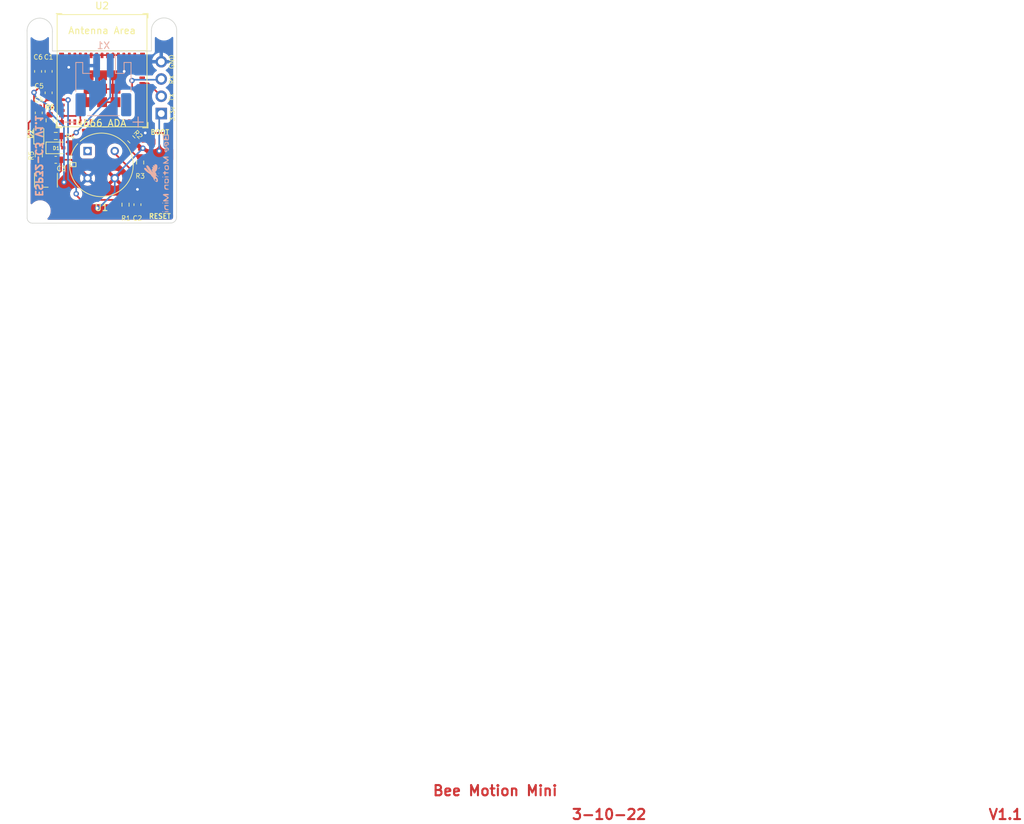
<source format=kicad_pcb>
(kicad_pcb (version 20211014) (generator pcbnew)
  (layers (0 "F.Cu" signal) (31 "B.Cu" signal) (34 "B.Paste" user) (35 "F.Paste" user) (36 "B.SilkS" user "B.Silkscreen") (37 "F.SilkS" user "F.Silkscreen") (38 "B.Mask" user) (39 "F.Mask" user) (44 "Edge.Cuts" user))
  (net 0 "")
  (net 1 "GND")
  (net 2 "VBUS")
  (net 3 "/D-")
  (net 4 "/D+")
  (net 7 "/RESET")
  (net 8 "3.3V")
  (net 9 "/EN")
  (net 12 "/TX")
  (net 13 "/RX")
  (net 14 "/GPIO8")
  (net 16 "/GPIO2")
  (net 17 "/GPIO3")
  (net 21 "/GPIO0")
  (net 22 "/GPIO1")
  (net 24 "/GPIO10")
  (net 26 "/GPIO4")
  (net 27 "/GPIO5")
  (net 28 "/GPIO6")
  (net 29 "/GPIO7")
  (net 30 "/GPIO9")
  (net 39 "/VIN")
  (net 40 "Net-(R3-Pad2)")
  (net 43 "Net-(D2-Pad2)")
  (footprint "User:4666" (layer "F.Cu") (at 136.0915 94.935)
    (fp_text reference "U1" (at 2.54 8.8) (layer "F.SilkS"))
    (fp_text value "4666_ADA" (at 2.54 -3.6) (layer "F.SilkS"))
    (pad "1" thru_hole rect (at 0.5 0.5) (size 1.2192 1.2192) (drill 0.7112) (layers *.Cu *.Mask))
    (pad "2" thru_hole circle (at 0.5 4.5) (size 1.2192 1.2192) (drill 0.7112) (layers *.Cu *.Mask) (net 1 "GND"))
    (pad "3" thru_hole circle (at 4.5 4.5) (size 1.2192 1.2192) (drill 0.7112) (layers *.Cu *.Mask) (net 8 "3.3V"))
    (pad "4" thru_hole circle (at 4.5 0.5) (size 1.2192 1.2192) (drill 0.7112) (layers *.Cu *.Mask) (net 40 "Net-(R3-Pad2)"))
  )
  (footprint "Resistor_SMD:R_0603_1608Metric" (layer "F.Cu") (at 144.325 97.125 -90)
    (fp_text reference "R3" (at 2 0 180) (layer "F.SilkS") (effects (font (size 0.7 0.7) (thickness 0.1))))
    (fp_text value "10k")
    (pad "1" smd roundrect (at -0.825 0 270) (size 0.8 0.95) (layers "F.Cu" "F.Paste" "F.Mask") (net 27 "/GPIO5"))
    (pad "2" smd roundrect (at 0.825 0 270) (size 0.8 0.95) (layers "F.Cu" "F.Paste" "F.Mask") (net 40 "Net-(R3-Pad2)"))
  )
  (footprint "" (layer "F.Cu") (at 129.625 104.225)
    (fp_text reference "" (at 0 0) (layer "F.SilkS") (effects (font (size 1.27 1.27))))
    (fp_text value "" (at 0 0) (layer "F.SilkS") (effects (font (size 1.27 1.27))))
    (pad "" np_thru_hole circle (at 0 0) (size 2.1 2.1) (drill 2.1) (layers *.Cu *.Mask))
  )
  (footprint "Resistor_SMD:R_0603_1608Metric" (layer "F.Cu") (at 131.025 90.925 90)
    (fp_text reference "R6" (at 1.95 0.05 180) (layer "F.SilkS") (effects (font (size 0.7 0.7))))
    (fp_text value "5.1K")
    (pad "1" smd roundrect (at -0.825 0 90) (size 0.8 0.95) (layers "F.Cu" "F.Paste" "F.Mask") (net 43 "Net-(D2-Pad2)"))
    (pad "2" smd roundrect (at 0.825 0 90) (size 0.8 0.95) (layers "F.Cu" "F.Paste" "F.Mask") (net 16 "/GPIO2"))
  )
  (footprint "LED_SMD:LED_0603_1608Metric" (layer "F.Cu") (at 129.425 92.925 90)
    (fp_text reference "D2" (at 0 -1.2 90) (layer "F.SilkS") (effects (font (size 0.7 0.7))))
    (fp_text value "LED")
    (pad "1" smd roundrect (at -0.7875 0 90) (size 0.875 0.95) (layers "F.Cu" "F.Paste" "F.Mask") (net 1 "GND"))
    (pad "2" smd roundrect (at 0.7875 0 90) (size 0.875 0.95) (layers "F.Cu" "F.Paste" "F.Mask") (net 43 "Net-(D2-Pad2)"))
  )
  (footprint "User:RT9080-33GJ5" (layer "F.Cu") (at 130.475 99.725 -90)
    (fp_text reference "U3" hide)
    (fp_text value "RT9080-33GJ5" hide)
    (pad "1" smd rect (at -1.37795 -0.9398 270) (size 0.9525 0.5588) (layers "F.Cu" "F.Paste" "F.Mask") (net 39 "/VIN"))
    (pad "2" smd rect (at -1.37795 0 270) (size 0.9525 0.5588) (layers "F.Cu" "F.Paste" "F.Mask") (net 1 "GND"))
    (pad "3" smd rect (at -1.37795 0.9398 270) (size 0.9525 0.5588) (layers "F.Cu" "F.Paste" "F.Mask") (net 9 "/EN"))
    (pad "4" smd rect (at 1.37795 0.9398 270) (size 0.9525 0.5588) (layers "F.Cu" "F.Paste" "F.Mask"))
    (pad "5" smd rect (at 1.37795 -0.9398 270) (size 0.9525 0.5588) (layers "F.Cu" "F.Paste" "F.Mask") (net 8 "3.3V"))
  )
  (footprint "Diode_SMD:D_SOD-323" (layer "F.Cu") (at 131.975 94.975)
    (fp_text reference "D1" (at 0 0.05) (layer "F.SilkS") (effects (font (size 0.5 0.5) (thickness 0.1))))
    (fp_text value "B5819WS-TP")
    (pad "1" smd rect (at -1.05 0) (size 0.6 0.45) (layers "F.Cu" "F.Paste" "F.Mask") (net 39 "/VIN"))
    (pad "2" smd rect (at 1.05 0) (size 0.6 0.45) (layers "F.Cu" "F.Paste" "F.Mask") (net 2 "VBUS"))
  )
  (footprint "Connector_PinHeader_2.54mm:PinHeader_1x04_P2.54mm_Vertical" (layer "F.Cu") (at 147.425 89.925 180)
    (fp_text reference "J1" hide)
    (fp_text value "Conn_01x04_Female")
    (pad "1" thru_hole rect (at 0 0 180) (size 1.7 1.7) (drill 1) (layers *.Cu *.Mask) (net 8 "3.3V"))
    (pad "2" thru_hole oval (at 0 2.54 180) (size 1.7 1.7) (drill 1) (layers *.Cu *.Mask) (net 12 "/TX"))
    (pad "3" thru_hole oval (at 0 5.08 180) (size 1.7 1.7) (drill 1) (layers *.Cu *.Mask) (net 13 "/RX"))
    (pad "4" thru_hole oval (at 0 7.62 180) (size 1.7 1.7) (drill 1) (layers *.Cu *.Mask) (net 1 "GND"))
  )
  (footprint "Resistor_SMD:R_0603_1608Metric" (layer "F.Cu") (at 131.925 93.225)
    (fp_text reference "R4" (at 2.1 0.1) (layer "F.SilkS") (effects (font (size 0.7 0.7) (thickness 0.1))))
    (fp_text value "100K")
    (pad "1" smd roundrect (at -0.825 0) (size 0.8 0.95) (layers "F.Cu" "F.Paste" "F.Mask") (net 1 "GND"))
    (pad "2" smd roundrect (at 0.825 0) (size 0.8 0.95) (layers "F.Cu" "F.Paste" "F.Mask") (net 2 "VBUS"))
  )
  (footprint "MountingHole:MountingHole_2.1mm" (layer "F.Cu") (at 147.825 77.625)
    (fp_text reference "REF**" hide)
    (fp_text value "MountingHole_2.1mm" hide)
    (pad "" np_thru_hole circle (at 0 0) (size 2.1 2.1) (drill 2.1) (layers *.Cu *.Mask))
  )
  (footprint "Resistor_SMD:R_0603_1608Metric" (layer "F.Cu") (at 129.425 96.075 90)
    (fp_text reference "R5" (at -0.05 -1.1 270) (layer "F.SilkS") (effects (font (size 0.7 0.7) (thickness 0.1))))
    (fp_text value "100K")
    (pad "1" smd roundrect (at -0.825 0 90) (size 0.8 0.95) (layers "F.Cu" "F.Paste" "F.Mask") (net 9 "/EN"))
    (pad "2" smd roundrect (at 0.825 0 90) (size 0.8 0.95) (layers "F.Cu" "F.Paste" "F.Mask") (net 39 "/VIN"))
  )
  (footprint "Capacitor_SMD:C_0603_1608Metric" (layer "F.Cu") (at 130.875 86.875 -90)
    (fp_text reference "C5" (at -1 1.4 180) (layer "F.SilkS") (effects (font (size 0.7 0.7) (thickness 0.1))))
    (fp_text value "10µF")
    (pad "1" smd roundrect (at -0.775 0 270) (size 0.9 0.95) (layers "F.Cu" "F.Paste" "F.Mask") (net 8 "3.3V"))
    (pad "2" smd roundrect (at 0.775 0 270) (size 0.9 0.95) (layers "F.Cu" "F.Paste" "F.Mask") (net 1 "GND"))
  )
  (footprint "Capacitor_SMD:C_0603_1608Metric" (layer "F.Cu") (at 131.925 96.725)
    (fp_text reference "C3" (at 0.8 1.3) (layer "F.SilkS") (effects (font (size 0.7 0.7) (thickness 0.1))))
    (fp_text value "10µF")
    (pad "1" smd roundrect (at -0.775 0) (size 0.9 0.95) (layers "F.Cu" "F.Paste" "F.Mask") (net 39 "/VIN"))
    (pad "2" smd roundrect (at 0.775 0) (size 0.9 0.95) (layers "F.Cu" "F.Paste" "F.Mask") (net 1 "GND"))
  )
  (footprint "Capacitor_SMD:C_0603_1608Metric" (layer "F.Cu") (at 129.425 89.825 -90)
    (fp_text reference "C4" (at -1.9 0 180) (layer "F.SilkS") (effects (font (size 0.7 0.7) (thickness 0.1))))
    (fp_text value "10µF")
    (pad "1" smd roundrect (at -0.775 0 270) (size 0.9 0.95) (layers "F.Cu" "F.Paste" "F.Mask") (net 8 "3.3V"))
    (pad "2" smd roundrect (at 0.775 0 270) (size 0.9 0.95) (layers "F.Cu" "F.Paste" "F.Mask") (net 1 "GND"))
  )
  (footprint "Espressif:ESP32-C3-MINI-1" (layer "F.Cu") (at 138.725 86.275)
    (fp_text reference "U2" (at 0 -12.2) (layer "F.SilkS"))
    (fp_text value "ESP32-C3-MINI-1")
    (fp_text user "Antenna Area" (at 0 -8.55) (layer "F.SilkS"))
    (pad "1" smd rect locked (at -5.9 -4 90) (size 0.4 0.8) (layers "F.Cu" "F.Paste" "F.Mask") (net 1 "GND"))
    (pad "2" smd rect locked (at -5.9 -3.2 90) (size 0.4 0.8) (layers "F.Cu" "F.Paste" "F.Mask") (net 1 "GND"))
    (pad "3" smd rect locked (at -5.9 -2.4 90) (size 0.4 0.8) (layers "F.Cu" "F.Paste" "F.Mask") (net 8 "3.3V"))
    (pad "4" smd rect locked (at -5.9 -1.6 90) (size 0.4 0.8) (layers "F.Cu" "F.Paste" "F.Mask"))
    (pad "5" smd rect locked (at -5.9 -0.8 90) (size 0.4 0.8) (layers "F.Cu" "F.Paste" "F.Mask") (net 16 "/GPIO2"))
    (pad "6" smd rect locked (at -5.9 0 90) (size 0.4 0.8) (layers "F.Cu" "F.Paste" "F.Mask") (net 17 "/GPIO3"))
    (pad "7" smd rect locked (at -5.9 0.8 90) (size 0.4 0.8) (layers "F.Cu" "F.Paste" "F.Mask"))
    (pad "8" smd rect locked (at -5.9 1.6 90) (size 0.4 0.8) (layers "F.Cu" "F.Paste" "F.Mask") (net 7 "/RESET"))
    (pad "9" smd rect locked (at -5.9 2.4 90) (size 0.4 0.8) (layers "F.Cu" "F.Paste" "F.Mask"))
    (pad "10" smd rect locked (at -5.9 3.2 90) (size 0.4 0.8) (layers "F.Cu" "F.Paste" "F.Mask"))
    (pad "11" smd rect locked (at -5.9 4 90) (size 0.4 0.8) (layers "F.Cu" "F.Paste" "F.Mask") (net 1 "GND"))
    (pad "12" smd rect locked (at -4.8 4.9) (size 0.4 0.8) (layers "F.Cu" "F.Paste" "F.Mask") (net 21 "/GPIO0"))
    (pad "13" smd rect locked (at -4 4.9) (size 0.4 0.8) (layers "F.Cu" "F.Paste" "F.Mask") (net 22 "/GPIO1"))
    (pad "14" smd rect locked (at -3.2 4.9) (size 0.4 0.8) (layers "F.Cu" "F.Paste" "F.Mask") (net 1 "GND"))
    (pad "15" smd rect locked (at -2.4 4.9) (size 0.4 0.8) (layers "F.Cu" "F.Paste" "F.Mask"))
    (pad "16" smd rect locked (at -1.6 4.9) (size 0.4 0.8) (layers "F.Cu" "F.Paste" "F.Mask") (net 24 "/GPIO10"))
    (pad "17" smd rect locked (at -0.8 4.9) (size 0.4 0.8) (layers "F.Cu" "F.Paste" "F.Mask"))
    (pad "18" smd rect locked (at 0 4.9) (size 0.4 0.8) (layers "F.Cu" "F.Paste" "F.Mask") (net 26 "/GPIO4"))
    (pad "19" smd rect locked (at 0.8 4.9) (size 0.4 0.8) (layers "F.Cu" "F.Paste" "F.Mask") (net 27 "/GPIO5"))
    (pad "20" smd rect locked (at 1.6 4.9) (size 0.4 0.8) (layers "F.Cu" "F.Paste" "F.Mask") (net 28 "/GPIO6"))
    (pad "21" smd rect locked (at 2.4 4.9) (size 0.4 0.8) (layers "F.Cu" "F.Paste" "F.Mask") (net 29 "/GPIO7"))
    (pad "22" smd rect locked (at 3.2 4.9) (size 0.4 0.8) (layers "F.Cu" "F.Paste" "F.Mask") (net 14 "/GPIO8"))
    (pad "23" smd rect locked (at 4 4.9) (size 0.4 0.8) (layers "F.Cu" "F.Paste" "F.Mask") (net 30 "/GPIO9"))
    (pad "24" smd rect locked (at 4.8 4.9) (size 0.4 0.8) (layers "F.Cu" "F.Paste" "F.Mask"))
    (pad "25" smd rect locked (at 5.9 4 90) (size 0.4 0.8) (layers "F.Cu" "F.Paste" "F.Mask"))
    (pad "26" smd rect locked (at 5.9 3.2 90) (size 0.4 0.8) (layers "F.Cu" "F.Paste" "F.Mask") (net 3 "/D-"))
    (pad "27" smd rect locked (at 5.9 2.4 90) (size 0.4 0.8) (layers "F.Cu" "F.Paste" "F.Mask") (net 4 "/D+"))
    (pad "28" smd rect locked (at 5.9 1.6 90) (size 0.4 0.8) (layers "F.Cu" "F.Paste" "F.Mask"))
    (pad "29" smd rect locked (at 5.9 0.8 90) (size 0.4 0.8) (layers "F.Cu" "F.Paste" "F.Mask"))
    (pad "30" smd rect locked (at 5.9 0 90) (size 0.4 0.8) (layers "F.Cu" "F.Paste" "F.Mask") (net 13 "/RX"))
    (pad "31" smd rect locked (at 5.9 -0.8 90) (size 0.4 0.8) (layers "F.Cu" "F.Paste" "F.Mask") (net 12 "/TX"))
    (pad "32" smd rect locked (at 5.9 -1.6 90) (size 0.4 0.8) (layers "F.Cu" "F.Paste" "F.Mask"))
    (pad "33" smd rect locked (at 5.9 -2.4 90) (size 0.4 0.8) (layers "F.Cu" "F.Paste" "F.Mask"))
    (pad "34" smd rect locked (at 5.9 -3.2 90) (size 0.4 0.8) (layers "F.Cu" "F.Paste" "F.Mask"))
    (pad "35" smd rect locked (at 5.9 -4 90) (size 0.4 0.8) (layers "F.Cu" "F.Paste" "F.Mask"))
    (pad "36" smd rect locked (at 3.2 -4.9) (size 0.4 0.8) (layers "F.Cu" "F.Paste" "F.Mask") (net 1 "GND"))
    (pad "36" smd rect locked (at 0 -1.975 90) (size 1.45 1.45) (layers "F.Cu" "F.Paste" "F.Mask") (net 1 "GND"))
    (pad "36" smd rect locked (at -3.2 -4.9) (size 0.4 0.8) (layers "F.Cu" "F.Paste" "F.Mask") (net 1 "GND"))
    (pad "36" smd rect locked (at 1.975 -1.975 90) (size 1.45 1.45) (layers "F.Cu" "F.Paste" "F.Mask") (net 1 "GND"))
    (pad "36" smd rect locked (at 0 -4.9) (size 0.4 0.8) (layers "F.Cu" "F.Paste" "F.Mask") (net 1 "GND"))
    (pad "36" smd rect locked (at 4.8 -4.9) (size 0.4 0.8) (layers "F.Cu" "F.Paste" "F.Mask") (net 1 "GND"))
    (pad "36" smd rect locked (at 0 0 90) (size 1.45 1.45) (layers "F.Cu" "F.Paste" "F.Mask") (net 1 "GND"))
    (pad "36" smd rect locked (at -5.95 -4.95 90) (size 0.7 0.7) (layers "F.Cu" "F.Paste" "F.Mask") (net 1 "GND"))
    (pad "36" smd rect locked (at -5.95 4.95 90) (size 0.7 0.7) (layers "F.Cu" "F.Paste" "F.Mask") (net 1 "GND"))
    (pad "36" smd rect locked (at 0 1.975 90) (size 1.45 1.45) (layers "F.Cu" "F.Paste" "F.Mask") (net 1 "GND"))
    (pad "36" smd rect locked (at -0.8 -4.9) (size 0.4 0.8) (layers "F.Cu" "F.Paste" "F.Mask") (net 1 "GND"))
    (pad "36" smd rect locked (at 2.4 -4.9) (size 0.4 0.8) (layers "F.Cu" "F.Paste" "F.Mask") (net 1 "GND"))
    (pad "36" smd rect locked (at -1.975 1.975 90) (size 1.45 1.45) (layers "F.Cu" "F.Paste" "F.Mask") (net 1 "GND"))
    (pad "36" smd rect locked (at -4.8 -4.9) (size 0.4 0.8) (layers "F.Cu" "F.Paste" "F.Mask") (net 1 "GND"))
    (pad "36" smd rect locked (at 1.975 0 90) (size 1.45 1.45) (layers "F.Cu" "F.Paste" "F.Mask") (net 1 "GND"))
    (pad "36" smd rect locked (at -4 -4.9) (size 0.4 0.8) (layers "F.Cu" "F.Paste" "F.Mask") (net 1 "GND"))
    (pad "36" smd rect locked (at -1.975 0.05 90) (size 1.45 1.45) (layers "F.Cu" "F.Paste" "F.Mask") (net 1 "GND"))
    (pad "36" smd rect locked (at 5.95 4.95 90) (size 0.7 0.7) (layers "F.Cu" "F.Paste" "F.Mask") (net 1 "GND"))
    (pad "36" smd rect locked (at 5.95 -4.95 90) (size 0.7 0.7) (layers "F.Cu" "F.Paste" "F.Mask") (net 1 "GND"))
    (pad "36" smd rect locked (at 1.975 1.975 90) (size 1.45 1.45) (layers "F.Cu" "F.Paste" "F.Mask") (net 1 "GND"))
    (pad "36" smd rect locked (at 1.6 -4.9) (size 0.4 0.8) (layers "F.Cu" "F.Paste" "F.Mask") (net 1 "GND"))
    (pad "36" smd rect locked (at 4 -4.9) (size 0.4 0.8) (layers "F.Cu" "F.Paste" "F.Mask") (net 1 "GND"))
    (pad "36" smd rect locked (at -1.6 -4.9) (size 0.4 0.8) (layers "F.Cu" "F.Paste" "F.Mask") (net 1 "GND"))
    (pad "36" smd custom locked (at -1.975 -1.975) (size 0.8 0.8) (layers "F.Cu" "F.Paste" "F.Mask") (net 1 "GND") (options (clearance outline) (anchor rect)) (primitives (gr_poly (pts (xy 0.725 0.725) (xy -0.725 0.725) (xy -0.725 -0.125) (xy -0.125 -0.725) (xy 0.725 -0.725)) (width 0) (fill yes))))
    (pad "36" smd rect locked (at -2.4 -4.9) (size 0.4 0.8) (layers "F.Cu" "F.Paste" "F.Mask") (net 1 "GND"))
    (pad "36" smd rect locked (at 0.8 -4.9) (size 0.4 0.8) (layers "F.Cu" "F.Paste" "F.Mask") (net 1 "GND"))
  )
  (footprint "" (layer "F.Cu") (at 129.555277 77.655277)
    (fp_text reference "" (at 0 0) (layer "F.SilkS") (effects (font (size 1.27 1.27))))
    (fp_text value "" (at 0 0) (layer "F.SilkS") (effects (font (size 1.27 1.27))))
    (pad "" np_thru_hole circle (at 0 0) (size 2.1 2.1) (drill 2.1) (layers *.Cu *.Mask))
  )
  (footprint "User:TSA343G0 BTN" (layer "F.Cu") (at 138.4 99.05 -90)
    (fp_text reference "SW2" hide)
    (fp_text value "TSA343g00-250DZ" hide)
    (pad "1" smd roundrect (at -5 -10 270) (size 1.2 1.2) (layers "F.Cu" "F.Paste" "F.Mask") (net 1 "GND"))
    (pad "2" smd roundrect (at -1.1684 -10 270) (size 1.2 1.2) (layers "F.Cu" "F.Paste" "F.Mask"))
    (pad "3" smd roundrect (at -4.9784 -7.5692 270) (size 1.2 1.2) (layers "F.Cu" "F.Paste" "F.Mask") (net 30 "/GPIO9"))
    (pad "4" smd roundrect (at -1.1684 -7.5692 270) (size 1.2 1.2) (layers "F.Cu" "F.Paste" "F.Mask"))
  )
  (footprint "User:TSA343G0 BTN" (layer "F.Cu") (at 155.95 98.7 90)
    (fp_text reference "SW1" hide)
    (fp_text value "TSA343g00-250DZ" hide)
    (pad "1" smd roundrect (at -5 -10 90) (size 1.2 1.2) (layers "F.Cu" "F.Paste" "F.Mask") (net 1 "GND"))
    (pad "2" smd roundrect (at -1.1684 -10 90) (size 1.2 1.2) (layers "F.Cu" "F.Paste" "F.Mask"))
    (pad "3" smd roundrect (at -4.9784 -7.5692 90) (size 1.2 1.2) (layers "F.Cu" "F.Paste" "F.Mask") (net 7 "/RESET"))
    (pad "4" smd roundrect (at -1.1684 -7.5692 90) (size 1.2 1.2) (layers "F.Cu" "F.Paste" "F.Mask"))
  )
  (footprint "Capacitor_SMD:C_0603_1608Metric" (layer "F.Cu") (at 130.875 83.725 90)
    (fp_text reference "C1" (at 2.1 0 180) (layer "F.SilkS") (effects (font (size 0.7 0.7) (thickness 0.1))))
    (fp_text value "1µF")
    (pad "1" smd roundrect (at -0.775 0 90) (size 0.9 0.95) (layers "F.Cu" "F.Paste" "F.Mask") (net 8 "3.3V"))
    (pad "2" smd roundrect (at 0.775 0 90) (size 0.9 0.95) (layers "F.Cu" "F.Paste" "F.Mask") (net 1 "GND"))
  )
  (footprint "Resistor_SMD:R_0603_1608Metric" (layer "F.Cu") (at 143.025 93.725 135)
    (fp_text reference "R2" (at -0.212132 1.202082 315 unlocked) (layer "F.SilkS") (effects (font (size 0.7 0.7) (thickness 0.1))))
    (fp_text value "10K")
    (pad "1" smd roundrect (at -0.825 0 135) (size 0.8 0.95) (layers "F.Cu" "F.Paste" "F.Mask") (net 8 "3.3V"))
    (pad "2" smd roundrect (at 0.825 0 135) (size 0.8 0.95) (layers "F.Cu" "F.Paste" "F.Mask") (net 14 "/GPIO8"))
  )
  (footprint "Resistor_SMD:R_0603_1608Metric" (layer "F.Cu") (at 142.175 103.325 90)
    (fp_text reference "R1" (at -2 0.05 180) (layer "F.SilkS") (effects (font (size 0.7 0.7) (thickness 0.1))))
    (fp_text value "5.1K")
    (pad "1" smd roundrect (at -0.825 0 90) (size 0.8 0.95) (layers "F.Cu" "F.Paste" "F.Mask") (net 7 "/RESET"))
    (pad "2" smd roundrect (at 0.825 0 90) (size 0.8 0.95) (layers "F.Cu" "F.Paste" "F.Mask") (net 8 "3.3V"))
  )
  (footprint "Capacitor_SMD:C_0603_1608Metric" (layer "F.Cu") (at 129.325 83.725 90)
    (fp_text reference "C6" (at 2.1 0 180) (layer "F.SilkS") (effects (font (size 0.7 0.7) (thickness 0.1))))
    (fp_text value "10µF")
    (pad "1" smd roundrect (at -0.775 0 90) (size 0.9 0.95) (layers "F.Cu" "F.Paste" "F.Mask") (net 8 "3.3V"))
    (pad "2" smd roundrect (at 0.775 0 90) (size 0.9 0.95) (layers "F.Cu" "F.Paste" "F.Mask") (net 1 "GND"))
  )
  (footprint "Capacitor_SMD:C_0603_1608Metric" (layer "F.Cu") (at 143.925 103.325 90)
    (fp_text reference "C2" (at -2 0 180) (layer "F.SilkS") (effects (font (size 0.7 0.7) (thickness 0.1))))
    (fp_text value "1µF")
    (pad "1" smd roundrect (at -0.775 0 90) (size 0.9 0.95) (layers "F.Cu" "F.Paste" "F.Mask") (net 7 "/RESET"))
    (pad "2" smd roundrect (at 0.775 0 90) (size 0.9 0.95) (layers "F.Cu" "F.Paste" "F.Mask") (net 1 "GND"))
  )
  (footprint "Connector_JST:JST_PH_S2B-PH-SM4-TB_1x02-1MP_P2.00mm_Horizontal" (layer "B.Cu") (at 138.925 85.725 180)
    (fp_text reference "X1" (at 0 5.8) (layer "B.SilkS") (effects (justify mirror)))
    (fp_text value "JSTPH")
    (pad "1" smd roundrect (at -1 2.85 180) (size 1 3.5) (layers "B.Cu" "B.Paste" "B.Mask") (net 2 "VBUS"))
    (pad "2" smd roundrect (at 1 2.85 180) (size 1 3.5) (layers "B.Cu" "B.Paste" "B.Mask") (net 1 "GND"))
    (pad "MP" smd roundrect (at -3.35 -2.9 180) (size 1.5 3.4) (layers "B.Cu" "B.Paste" "B.Mask") (roundrect_rratio 0.1666673333))
    (pad "MP" smd roundrect (at 3.35 -2.9 180) (size 1.5 3.4) (layers "B.Cu" "B.Paste" "B.Mask") (roundrect_rratio 0.1666673333))
  )
  (footprint "Graphics:Bee Motion Mini" (layer "B.Cu") (at 147.571904 98.724999 -90)
    (fp_text reference "G***" hide)
    (fp_text value "LOGO" hide)
  )
  (gr_line (start 127.725 81.725) (end 127.705277 77.755277) (layer "Edge.Cuts") (width 0.1))
  (gr_arc (start 149.669539 105.175) (mid 149.425 105.773494) (end 148.8294 106.025) (layer "Edge.Cuts") (width 0.1))
  (gr_arc (start 145.975 77.725) (mid 147.89668 75.86418) (end 149.694723 77.844723) (layer "Edge.Cuts") (width 0.1))
  (gr_arc (start 127.705277 77.755277) (mid 129.626957 75.894457) (end 131.425 77.875) (layer "Edge.Cuts") (width 0.1))
  (gr_line (start 148.8294 106.025) (end 128.475 106.04467) (layer "Edge.Cuts") (width 0.1))
  (gr_line (start 145.975 80.725) (end 131.425 80.725) (layer "Edge.Cuts") (width 0.1))
  (gr_line (start 149.694723 81.344723) (end 149.694723 77.844723) (layer "Edge.Cuts") (width 0.1))
  (gr_arc (start 128.475 106.04467) (mid 127.954246 105.834276) (end 127.717418 105.325) (layer "Edge.Cuts") (width 0.1))
  (gr_line (start 149.669539 105.175) (end 149.694723 81.344723) (layer "Edge.Cuts") (width 0.1))
  (gr_line (start 131.425 80.725) (end 131.425 77.875) (layer "Edge.Cuts") (width 0.1))
  (gr_line (start 127.725 81.725) (end 127.717418 105.325) (layer "Edge.Cuts") (width 0.1))
  (gr_line (start 145.975 80.725) (end 145.975 77.725) (layer "Edge.Cuts") (width 0.1))
  (gr_text "3-10-22" (at 213.25 193) (layer "F.Cu") (effects (font (size 1.5 1.5) (thickness 0.3))))
  (gr_text "Bee Motion Mini" (at 196.5 189.5) (layer "F.Cu") (effects (font (size 1.5 1.5) (thickness 0.3))))
  (gr_text "V1.1" (at 271.5 193) (layer "F.Cu") (effects (font (size 1.5 1.5) (thickness 0.3))))
  (gr_text "ESP32-C3 V1.1" (at 129.425 96.125 -90) (layer "B.SilkS") (effects (font (size 1 1) (thickness 0.25)) (justify mirror)))
  (gr_text "-" (at 134.025 91.025) (layer "B.SilkS") (effects (font (size 2 2)) (justify mirror)))
  (gr_text "+" (at 144.025 91.025) (layer "B.SilkS") (effects (font (size 2 2)) (justify mirror)))
  (gr_text "RX" (at 148.975 84.925 90) (layer "F.SilkS") (effects (font (size 0.7 0.7) (thickness 0.1))))
  (gr_text "TX" (at 148.975 87.525 90) (layer "F.SilkS") (effects (font (size 0.7 0.7) (thickness 0.1))))
  (gr_text "3.3v" (at 149.075 89.975 90) (layer "F.SilkS") (effects (font (size 0.7 0.7) (thickness 0.1))))
  (gr_text "GND" (at 148.975 82.325 90) (layer "F.SilkS") (effects (font (size 0.7 0.7) (thickness 0.1))))
  (gr_text "BOOT" (at 147.225 92.675) (layer "F.SilkS") (effects (font (size 0.7 0.7))))
  (gr_text "RESET" (at 147.225 105.025) (layer "F.SilkS") (effects (font (size 0.7 0.7))))
  (segment (start 145.075 92.775) (end 148.025 92.775) (width 0.25) (layer "F.Cu") (net 1))
  (segment (start 144.8 102.55) (end 145.95 103.7) (width 0.25) (layer "F.Cu") (net 1))
  (segment (start 131.925 95.95) (end 132.7 96.725) (width 0.25) (layer "F.Cu") (net 1))
  (segment (start 129.325 82.95) (end 130.875 82.95) (width 0.25) (layer "F.Cu") (net 1))
  (segment (start 131.925 93.75) (end 131.925 95.95) (width 0.25) (layer "F.Cu") (net 1))
  (segment (start 134.875 90.275) (end 132.825 90.275) (width 0.25) (layer "F.Cu") (net 1))
  (segment (start 144.275 91.225) (end 144.275 91.975) (width 0.25) (layer "F.Cu") (net 1))
  (segment (start 131.902189 99.147811) (end 132.7 98.35) (width 0.25) (layer "F.Cu") (net 1))
  (segment (start 136.35 86.325) (end 140.25 86.325) (width 0.25) (layer "F.Cu") (net 1))
  (segment (start 132.825 82.275) (end 132.825 83.075) (width 0.25) (layer "F.Cu") (net 1))
  (segment (start 133.775 83.075) (end 133.825 83.125) (width 0.25) (layer "F.Cu") (net 1))
  (segment (start 130.875 82.95) (end 132.3 82.95) (width 0.25) (layer "F.Cu") (net 1))
  (segment (start 130.475 99.0733) (end 130.549511 99.147811) (width 0.25) (layer "F.Cu") (net 1))
  (segment (start 130.475 98.34705) (end 130.475 99.0733) (width 0.25) (layer "F.Cu") (net 1))
  (segment (start 132.775 81.325) (end 144.675 81.325) (width 0.25) (layer "F.Cu") (net 1))
  (segment (start 136.35 86.325) (end 136.35 88.25) (width 0.25) (layer "F.Cu") (net 1))
  (segment (start 135.175 89.975) (end 136.35 88.8) (width 0.25) (layer "F.Cu") (net 1))
  (segment (start 130.549511 99.147811) (end 131.902189 99.147811) (width 0.25) (layer "F.Cu") (net 1))
  (segment (start 133 96.725) (end 134.225 96.725) (width 0.25) (layer "F.Cu") (net 1))
  (segment (start 136.5915 99.0915) (end 136.5915 99.435) (width 0.25) (layer "F.Cu") (net 1))
  (segment (start 129.425 90.6) (end 130.22452 89.80048) (width 0.25) (layer "F.Cu") (net 1))
  (segment (start 135.175 89.975) (end 134.875 90.275) (width 0.25) (layer "F.Cu") (net 1))
  (segment (start 135.175 83.125) (end 136.35 84.3) (width 0.25) (layer "F.Cu") (net 1))
  (segment (start 135.525 91.175) (end 135.525 90.325) (width 0.25) (layer "F.Cu") (net 1))
  (segment (start 136.35 84.3) (end 136.35 86.325) (width 0.25) (layer "F.Cu") (net 1))
  (segment (start 132.425 83.075) (end 133.775 83.075) (width 0.25) (layer "F.Cu") (net 1))
  (segment (start 136.35 88.8) (end 136.35 88.25) (width 0.25) (layer "F.Cu") (net 1))
  (segment (start 141.4 84.3) (end 141.975 83.725) (width 0.25) (layer "F.Cu") (net 1))
  (segment (start 130.22452 89.80048) (end 130.22452 88.30048) (width 0.25) (layer "F.Cu") (net 1))
  (segment (start 136.35 88.25) (end 140.3 88.25) (width 0.25) (layer "F.Cu") (net 1))
  (segment (start 132.825 90.275) (end 132.825 91.175) (width 0.25) (layer "F.Cu") (net 1))
  (segment (start 148.025 92.775) (end 148.4 93.15) (width 0.25) (layer "F.Cu") (net 1))
  (segment (start 140.25 86.325) (end 140.3 86.275) (width 0.25) (layer "F.Cu") (net 1))
  (segment (start 130.22452 88.30048) (end 130.875 87.65) (width 0.25) (layer "F.Cu") (net 1))
  (segment (start 138.325 84.3) (end 138.325 88.25) (width 0.25) (layer "F.Cu") (net 1))
  (segment (start 132.7 98.35) (end 132.7 96.725) (width 0.25) (layer "F.Cu") (net 1))
  (segment (start 130.9125 93.7125) (end 131.4 93.225) (width 0.25) (layer "F.Cu") (net 1))
  (segment (start 129.425 90.6) (end 128.621914 90.6) (width 0.25) (layer "F.Cu") (net 1))
  (segment (start 132.775 82.225) (end 132.825 82.275) (width 0.25) (layer "F.Cu") (net 1))
  (segment (start 128.621914 90.6) (end 127.92548 91.296434) (width 0.25) (layer "F.Cu") (net 1))
  (segment (start 132.3 82.95) (end 132.425 83.075) (width 0.25) (layer "F.Cu") (net 1))
  (segment (start 133.825 83.125) (end 135.175 83.125) (width 0.25) (layer "F.Cu") (net 1))
  (segment (start 140.3 84.3) (end 141.4 84.3) (width 0.25) (layer "F.Cu") (net 1))
  (segment (start 144.275 91.975) (end 145.075 92.775) (width 0.25) (layer "F.Cu") (net 1))
  (segment (start 140.3 88.25) (end 140.3 84.3) (width 0.25) (layer "F.Cu") (net 1))
  (segment (start 128.725 93.7125) (end 130.9125 93.7125) (width 0.25) (layer "F.Cu") (net 1))
  (segment (start 127.92548 92.91298) (end 128.725 93.7125) (width 0.25) (layer "F.Cu") (net 1))
  (segment (start 135.525 90.325) (end 135.175 89.975) (width 0.25) (layer "F.Cu") (net 1))
  (segment (start 129.177138 90.352138) (end 129.425 90.6) (width 0.25) (layer "F.Cu") (net 1))
  (segment (start 140.3 84.3) (end 136.35 84.3) (width 0.25) (layer "F.Cu") (net 1))
  (segment (start 143.925 102.55) (end 144.8 102.55) (width 0.25) (layer "F.Cu") (net 1))
  (segment (start 132.775 81.325) (end 132.775 82.225) (width 0.25) (layer "F.Cu") (net 1))
  (segment (start 131.4 93.225) (end 131.925 93.75) (width 0.25) (layer "F.Cu") (net 1))
  (segment (start 132.825 91.175) (end 132.775 91.225) (width 0.25) (layer "F.Cu") (net 1))
  (segment (start 134.225 96.725) (end 136.5915 99.0915) (width 0.25) (layer "F.Cu") (net 1))
  (segment (start 127.92548 91.296434) (end 127.92548 92.91298) (width 0.25) (layer "F.Cu") (net 1))
  (segment (start 143.925 102.55) (end 143.925 101.075) (width 0.25) (layer "F.Cu") (net 1))
  (segment (start 148.4 93.15) (end 148.4 94.05) (width 0.25) (layer "F.Cu") (net 1))
  (via (at 145.075 92.775) (size 0.8) (drill 0.4) (layers "F.Cu" "B.Cu") (net 1))
  (via (at 133.825 83.125) (size 0.8) (drill 0.4) (layers "F.Cu" "B.Cu") (net 1))
  (via (at 143.925 101.075) (size 0.8) (drill 0.4) (layers "F.Cu" "B.Cu") (net 1))
  (via (at 141.975 83.725) (size 0.8) (drill 0.4) (layers "F.Cu" "B.Cu") (net 1))
  (segment (start 132.75 94.7) (end 133.025 94.975) (width 0.25) (layer "F.Cu") (net 2))
  (segment (start 134.225 93.225) (end 133.05 93.225) (width 0.25) (layer "F.Cu") (net 2))
  (segment (start 134.925 92.725) (end 134.225 93.225) (width 0.25) (layer "F.Cu") (net 2))
  (segment (start 132.75 93.225) (end 132.75 94.7) (width 0.25) (layer "F.Cu") (net 2))
  (via (at 134.925 92.725) (size 0.8) (drill 0.4) (layers "F.Cu" "B.Cu") (net 2))
  (segment (start 139.925 87.525) (end 139.925 82.875) (width 0.25) (layer "B.Cu") (net 2))
  (segment (start 137.925 89.525) (end 139.925 87.525) (width 0.25) (layer "B.Cu") (net 2))
  (segment (start 134.925 92.725) (end 137.925 89.525) (width 0.25) (layer "B.Cu") (net 2))
  (segment (start 140.95 102.925) (end 140.65 102.625) (width 0.25) (layer "F.Cu") (net 7))
  (segment (start 133.725 87.925) (end 132.475 87.925) (width 0.25) (layer "F.Cu") (net 7))
  (segment (start 142.175 104.15) (end 140.95 102.925) (width 0.25) (layer "F.Cu") (net 7))
  (segment (start 143.925 104.1) (end 144.44952 104.62452) (width 0.25) (layer "F.Cu") (net 7))
  (segment (start 144.44952 104.62452) (end 147.43468 104.62452) (width 0.25) (layer "F.Cu") (net 7))
  (segment (start 135.625 102.625) (end 134.925 101.925) (width 0.25) (layer "F.Cu") (net 7))
  (segment (start 132.475 87.925) (end 132.425 87.875) (width 0.25) (layer "F.Cu") (net 7))
  (segment (start 142.225 104.1) (end 142.175 104.15) (width 0.25) (layer "F.Cu") (net 7))
  (segment (start 134.925 101.925) (end 134.925 101.725) (width 0.25) (layer "F.Cu") (net 7))
  (segment (start 140.65 102.625) (end 135.625 102.625) (width 0.25) (layer "F.Cu") (net 7))
  (segment (start 143.925 104.1) (end 142.225 104.1) (width 0.25) (layer "F.Cu") (net 7))
  (segment (start 147.43468 104.62452) (end 148.3808 103.6784) (width 0.25) (layer "F.Cu") (net 7))
  (segment (start 132.425 87.875) (end 132.874022 87.875) (width 0.25) (layer "F.Cu") (net 7))
  (via (at 134.925 101.725) (size 0.8) (drill 0.4) (layers "F.Cu" "B.Cu") (net 7))
  (via (at 133.725 87.925) (size 0.8) (drill 0.4) (layers "F.Cu" "B.Cu") (net 7))
  (segment (start 134.925 100.800386) (end 133.725103 99.600489) (width 0.25) (layer "B.Cu") (net 7))
  (segment (start 133.725103 87.925103) (end 133.725 87.925) (width 0.25) (layer "B.Cu") (net 7))
  (segment (start 133.725103 99.600489) (end 133.725103 87.925103) (width 0.25) (layer "B.Cu") (net 7))
  (segment (start 134.925 101.725) (end 134.925 100.800386) (width 0.25) (layer "B.Cu") (net 7))
  (segment (start 131.4148 101.10295) (end 132.04705 101.10295) (width 0.25) (layer "F.Cu") (net 8))
  (segment (start 130.875 86.1) (end 130.875 84.5) (width 0.25) (layer "F.Cu") (net 8))
  (segment (start 144.108363 94.408363) (end 144.725 95.025) (width 0.25) (layer "F.Cu") (net 8))
  (segment (start 129.45 86.1) (end 130.875 86.1) (width 0.25) (layer "F.Cu") (net 8))
  (segment (start 133.125 103.825) (end 138.025 103.825) (width 0.25) (layer "F.Cu") (net 8))
  (segment (start 130.875 84.5) (end 129.325 84.5) (width 0.25) (layer "F.Cu") (net 8))
  (segment (start 145.125 95.425) (end 144.725 95.025) (width 0.25) (layer "F.Cu") (net 8))
  (segment (start 131.375 83.875) (end 132.425 83.875) (width 0.25) (layer "F.Cu") (net 8))
  (segment (start 128.725 88.35) (end 129.425 89.05) (width 0.25) (layer "F.Cu") (net 8))
  (segment (start 147.125 95.425) (end 145.125 95.425) (width 0.25) (layer "F.Cu") (net 8))
  (segment (start 128.725 86.825) (end 129.45 86.1) (width 0.25) (layer "F.Cu") (net 8))
  (segment (start 132.04705 101.10295) (end 133.125 100.025) (width 0.25) (layer "F.Cu") (net 8))
  (segment (start 143.408363 94.408363) (end 144.108363 94.408363) (width 0.25) (layer "F.Cu") (net 8))
  (segment (start 131.4148 102.1148) (end 133.125 103.825) (width 0.25) (layer "F.Cu") (net 8))
  (segment (start 131.4148 101.10295) (end 131.4148 102.1148) (width 0.25) (layer "F.Cu") (net 8))
  (segment (start 128.725 86.825) (end 128.725 88.35) (width 0.25) (layer "F.Cu") (net 8))
  (segment (start 130.875 84.5) (end 130.875 84.375) (width 0.25) (layer "F.Cu") (net 8))
  (segment (start 130.875 84.375) (end 131.375 83.875) (width 0.25) (layer "F.Cu") (net 8))
  (via (at 128.725 86.825) (size 0.8) (drill 0.4) (layers "F.Cu" "B.Cu") (net 8))
  (via (at 147.125 95.425) (size 0.8) (drill 0.4) (layers "F.Cu" "B.Cu") (net 8))
  (via (at 133.125 100.025) (size 0.8) (drill 0.4) (layers "F.Cu" "B.Cu") (net 8))
  (via (at 138.025 103.825) (size 0.8) (drill 0.4) (layers "F.Cu" "B.Cu") (net 8))
  (via (at 144.725 95.025) (size 0.8) (drill 0.4) (layers "F.Cu" "B.Cu") (net 8))
  (segment (start 133.125 91.825) (end 133.125 100.025) (width 0.25) (layer "B.Cu") (net 8))
  (segment (start 140.5915 101.4585) (end 140.5915 99.435) (width 0.25) (layer "B.Cu") (net 8))
  (segment (start 138.225 103.825) (end 140.5915 101.4585) (width 0.25) (layer "B.Cu") (net 8))
  (segment (start 131.025 88.825) (end 131.025 89.725) (width 0.25) (layer "B.Cu") (net 8))
  (segment (start 140.5915 99.1585) (end 140.5915 99.435) (width 0.25) (layer "B.Cu") (net 8))
  (segment (start 128.725 86.825) (end 129.025 87.625) (width 0.25) (layer "B.Cu") (net 8))
  (segment (start 138.025 103.825) (end 138.225 103.825) (width 0.25) (layer "B.Cu") (net 8))
  (segment (start 131.025 89.725) (end 133.125 91.825) (width 0.25) (layer "B.Cu") (net 8))
  (segment (start 147.125 89.925) (end 147.125 95.425) (width 0.25) (layer "B.Cu") (net 8))
  (segment (start 129.025 87.625) (end 131.025 88.825) (width 0.25) (layer "B.Cu") (net 8))
  (segment (start 144.725 95.025) (end 140.5915 99.1585) (width 0.25) (layer "B.Cu") (net 8))
  (segment (start 129.475 98.28685) (end 129.5352 98.34705) (width 0.25) (layer "F.Cu") (net 9))
  (segment (start 129.475 96.9) (end 129.475 98.28685) (width 0.25) (layer "F.Cu") (net 9))
  (segment (start 144.625 85.475) (end 145.515 85.475) (width 0.25) (layer "F.Cu") (net 12))
  (segment (start 145.515 85.475) (end 147.425 87.385) (width 0.25) (layer "F.Cu") (net 12))
  (segment (start 143.125 85.975) (end 143.125 85.075) (width 0.25) (layer "F.Cu") (net 13))
  (segment (start 144.225 86.275) (end 143.425 86.275) (width 0.25) (layer "F.Cu") (net 13))
  (segment (start 143.425 86.275) (end 143.125 85.975) (width 0.25) (layer "F.Cu") (net 13))
  (via (at 143.125 85.075) (size 0.8) (drill 0.4) (layers "F.Cu" "B.Cu") (net 13))
  (segment (start 143.125 85.075) (end 143.25 84.95) (width 0.25) (layer "B.Cu") (net 13))
  (segment (start 147.125 84.95) (end 147.13 84.945) (width 0.25) (layer "B.Cu") (net 13))
  (segment (start 143.25 84.95) (end 147.125 84.95) (width 0.25) (layer "B.Cu") (net 13))
  (segment (start 141.925 91.175) (end 141.925 92.625) (width 0.25) (layer "F.Cu") (net 14))
  (segment (start 141.925 92.625) (end 142.441637 93.141637) (width 0.25) (layer "F.Cu") (net 14))
  (segment (start 132.225 85.475) (end 132.425 85.475) (width 0.25) (layer "F.Cu") (net 16))
  (segment (start 131.025 90.1) (end 131.025 89.4) (width 0.25) (layer "F.Cu") (net 16))
  (segment (start 131.025 89.4) (end 131.775 88.65) (width 0.25) (layer "F.Cu") (net 16))
  (segment (start 131.775 88.65) (end 131.775 85.925) (width 0.25) (layer "F.Cu") (net 16))
  (segment (start 131.775 85.925) (end 132.225 85.475) (width 0.25) (layer "F.Cu") (net 16))
  (segment (start 141.925 94.025) (end 140.525 92.625) (width 0.25) (layer "F.Cu") (net 27))
  (segment (start 143.2 95.6) (end 141.925 94.025) (width 0.25) (layer "F.Cu") (net 27))
  (segment (start 140.525 92.625) (end 139.825 92.625) (width 0.25) (layer "F.Cu") (net 27))
  (segment (start 143.9 96.3) (end 144.325 96.3) (width 0.25) (layer "F.Cu") (net 27))
  (segment (start 143.2 95.6) (end 143.9 96.3) (width 0.25) (layer "F.Cu") (net 27))
  (segment (start 139.825 92.625) (end 139.525 92.325) (width 0.25) (layer "F.Cu") (net 27))
  (segment (start 139.525 92.325) (end 139.525 91.175) (width 0.25) (layer "F.Cu") (net 27))
  (segment (start 142.725 92.125) (end 144.6716 94.0716) (width 0.25) (layer "F.Cu") (net 30))
  (segment (start 144.6716 94.0716) (end 145.7692 94.0716) (width 0.25) (layer "F.Cu") (net 30))
  (segment (start 142.725 91.175) (end 142.725 92.125) (width 0.25) (layer "F.Cu") (net 30))
  (segment (start 131.45 96.725) (end 131.45 98.31185) (width 0.25) (layer "F.Cu") (net 39))
  (segment (start 130.925 94.975) (end 130.925 96.2) (width 0.25) (layer "F.Cu") (net 39))
  (segment (start 130.65 95.25) (end 130.925 94.975) (width 0.25) (layer "F.Cu") (net 39))
  (segment (start 129.475 95.25) (end 130.65 95.25) (width 0.25) (layer "F.Cu") (net 39))
  (segment (start 130.925 96.2) (end 131.45 96.725) (width 0.25) (layer "F.Cu") (net 39))
  (segment (start 131.45 98.31185) (end 131.4148 98.34705) (width 0.25) (layer "F.Cu") (net 39))
  (segment (start 140.5915 95.435) (end 140.5915 95.7915) (width 0.25) (layer "F.Cu") (net 40))
  (segment (start 142.75 97.95) (end 144.325 97.95) (width 0.25) (layer "F.Cu") (net 40))
  (segment (start 140.5915 95.7915) (end 142.75 97.95) (width 0.25) (layer "F.Cu") (net 40))
  (segment (start 130.6375 92.1375) (end 131.025 91.75) (width 0.25) (layer "F.Cu") (net 43))
  (segment (start 129.425 92.1375) (end 130.6375 92.1375) (width 0.25) (layer "F.Cu") (net 43))
  (zone (net 8) (net_name "3.3V") (layer "F.Cu") (connect_pads (clearance 0.508)) (min_thickness 0.254) (fill yes (thermal_gap 0.508) (thermal_bridge_width 0.508))
    (polygon (pts (xy 152.325 91.925) (xy 152.525 108.725) (xy 124.175 108.825) (xy 124.325 92.325)))
  )
  (zone (net 1) (net_name "GND") (layer "B.Cu") (connect_pads (clearance 0.508)) (min_thickness 0.254) (fill yes (thermal_gap 0.508) (thermal_bridge_width 0.508))
    (polygon (pts (xy 153.025 74.625) (xy 152.975 109.125) (xy 123.725 109.275) (xy 124.125 74.925)))
  )
)
</source>
